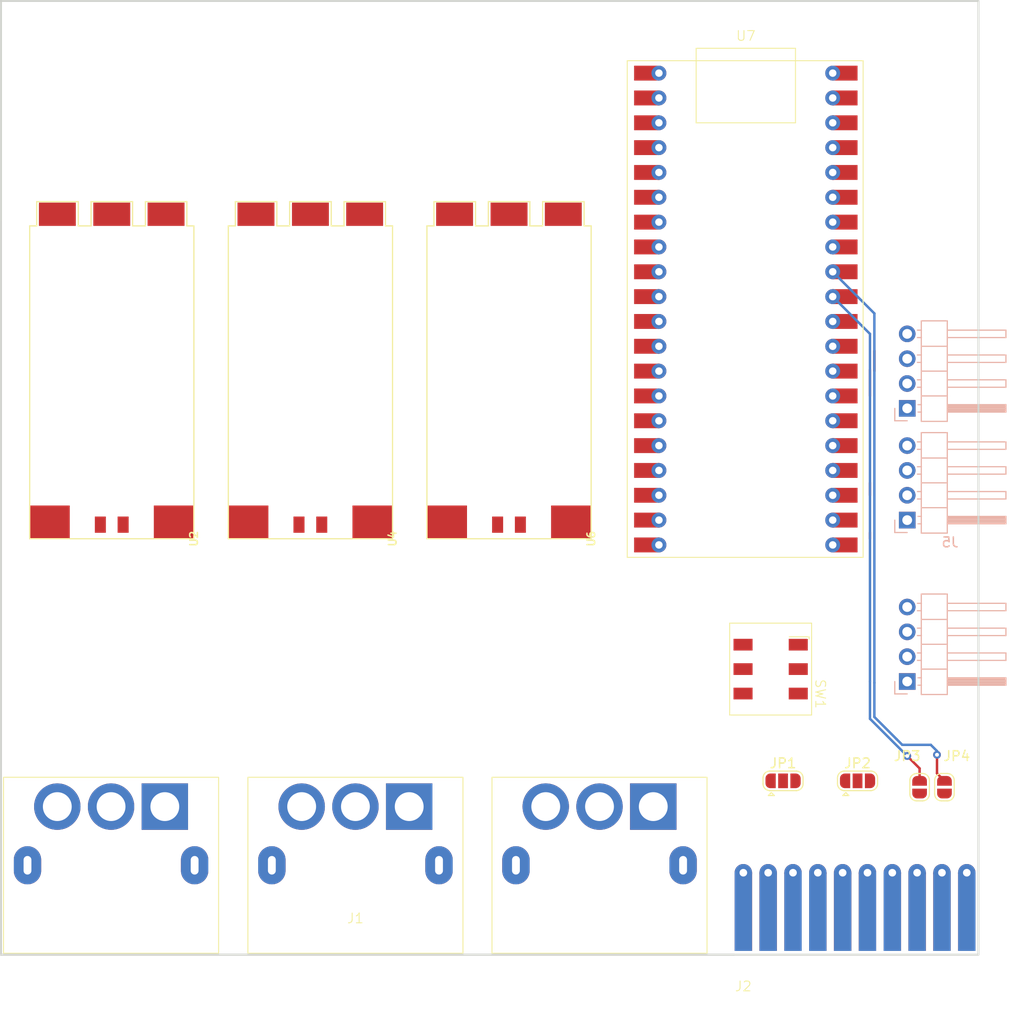
<source format=kicad_pcb>
(kicad_pcb (version 20221018) (generator pcbnew)
  (layers (0 "F.Cu" signal) (31 "B.Cu" signal) (34 "B.Paste" user) (35 "F.Paste" user) (36 "B.SilkS" user "B.Silkscreen") (37 "F.SilkS" user "F.Silkscreen") (38 "B.Mask" user) (39 "F.Mask" user) (44 "Edge.Cuts" user))
  (net 0 "")
  (net 1 "/sg")
  (net 4 "GND")
  (net 5 "/sGP8")
  (net 7 "sGND")
  (net 8 "Net-(J2-TX0{slash}SDA0)")
  (net 9 "Net-(J2-RX0{slash}SCL0)")
  (net 10 "Net-(J2-TX1{slash}SDA1)")
  (net 11 "Net-(J2-RX1{slash}SCL1)")
  (net 12 "Net-(J2-TX2{slash}SDA2)")
  (net 13 "Net-(J2-RX2{slash}SCL2)")
  (net 14 "/sGP7")
  (net 15 "/sGP6")
  (net 16 "Net-(J5-Pin_1)")
  (net 17 "Net-(J5-Pin_2)")
  (net 18 "Net-(J5-Pin_3)")
  (net 19 "Net-(J5-Pin_4)")
  (net 20 "Net-(JP1-C)")
  (net 21 "Net-(JP2-C)")
  (net 22 "SDA1")
  (net 23 "SCL1")
  (net 24 "Net-(J3-Pin_1)")
  (net 25 "Net-(J3-Pin_2)")
  (net 27 "Net-(J3-Pin_3)")
  (net 28 "Net-(J3-Pin_4)")
  (net 30 "TX0")
  (net 31 "SDA0")
  (net 35 "/5v")
  (net 37 "RX0")
  (net 38 "SCL0")
  (net 39 "Net-(U1-A)")
  (net 40 "Net-(U5-A)")
  (net 41 "Net-(U5-B)")
  (net 42 "Net-(U5-C)")
  (net 43 "Net-(U1-B)")
  (net 44 "Net-(U1-C)")
  (net 45 "Net-(U3-A)")
  (net 46 "Net-(U3-B)")
  (net 47 "/PESC1")
  (net 48 "/PESC2")
  (net 49 "/PESC3")
  (net 50 "Net-(U3-C)")
  (footprint "Jumper:SolderJumper-3_P1.3mm_Open_RoundedPad1.0x1.5mm" (layer "F.Cu") (at 161.29 144.78)
    (fp_text reference "JP2" (at 0 -1.8) (layer "F.SilkS"))
    (fp_text value "Jumper_3_Open")
    (fp_line (start -2.05 0.3) (end -2.05 -0.3) (stroke (width 0.12)) (layer "F.SilkS"))
    (fp_line (start -1.5 1.5) (end -0.9 1.5) (stroke (width 0.12)) (layer "F.SilkS"))
    (fp_line (start -1.4 -1) (end 1.4 -1) (stroke (width 0.12)) (layer "F.SilkS"))
    (fp_line (start -1.2 1.2) (end -1.5 1.5) (stroke (width 0.12)) (layer "F.SilkS"))
    (fp_line (start -1.2 1.2) (end -0.9 1.5) (stroke (width 0.12)) (layer "F.SilkS"))
    (fp_line (start 1.4 1) (end -1.4 1) (stroke (width 0.12)) (layer "F.SilkS"))
    (fp_line (start 2.05 -0.3) (end 2.05 0.3) (stroke (width 0.12)) (layer "F.SilkS"))
    (fp_arc (start -2.05 -0.3) (mid -1.844975 -0.794975) (end -1.35 -1) (stroke (width 0.12)) (layer "F.SilkS"))
    (fp_arc (start -1.35 1) (mid -1.844975 0.794975) (end -2.05 0.3) (stroke (width 0.12)) (layer "F.SilkS"))
    (fp_arc (start 1.35 -1) (mid 1.844975 -0.794975) (end 2.05 -0.3) (stroke (width 0.12)) (layer "F.SilkS"))
    (fp_arc (start 2.05 0.3) (mid 1.844975 0.794975) (end 1.35 1) (stroke (width 0.12)) (layer "F.SilkS"))
    (pad "1" smd custom (at -1.3 0) (size 1 0.5) (layers "F.Cu" "F.Mask") (net 9 "Net-(J2-RX0{slash}SCL0)") (options (clearance outline) (anchor rect)) (primitives (gr_circle (center 0 0.25) (end 0.5 0.25) (width 0) (fill yes)) (gr_circle (center 0 -0.25) (end 0.5 -0.25) (width 0) (fill yes)) (gr_poly (pts (xy 0.55 0.75) (xy 0 0.75) (xy 0 -0.75) (xy 0.55 -0.75)) (width 0) (fill yes))))
    (pad "2" smd rect (at 0 0) (size 1 1.5) (layers "F.Cu" "F.Mask") (net 21 "Net-(JP2-C)"))
    (pad "3" smd custom (at 1.3 0) (size 1 0.5) (layers "F.Cu" "F.Mask") (net 11 "Net-(J2-RX1{slash}SCL1)") (options (clearance outline) (anchor rect)) (primitives (gr_circle (center 0 0.25) (end 0.5 0.25) (width 0) (fill yes)) (gr_circle (center 0 -0.25) (end 0.5 -0.25) (width 0) (fill yes)) (gr_poly (pts (xy 0 0.75) (xy -0.55 0.75) (xy -0.55 -0.75) (xy 0 -0.75)) (width 0) (fill yes))))
  )
  (footprint "Jumper:SolderJumper-2_P1.3mm_Open_RoundedPad1.0x1.5mm" (layer "F.Cu") (at 167.64 145.43 90)
    (fp_text reference "JP3" (at 3.19 -1.27 180) (layer "F.SilkS"))
    (fp_text value "Jumper_2_Bridged" hide)
    (fp_line (start -1.4 0.3) (end -1.4 -0.3) (stroke (width 0.12)) (layer "F.SilkS"))
    (fp_line (start -0.7 -1) (end 0.7 -1) (stroke (width 0.12)) (layer "F.SilkS"))
    (fp_line (start 0.7 1) (end -0.7 1) (stroke (width 0.12)) (layer "F.SilkS"))
    (fp_line (start 1.4 -0.3) (end 1.4 0.3) (stroke (width 0.12)) (layer "F.SilkS"))
    (fp_arc (start -1.4 -0.3) (mid -1.194975 -0.794975) (end -0.7 -1) (stroke (width 0.12)) (layer "F.SilkS"))
    (fp_arc (start -0.7 1) (mid -1.194975 0.794975) (end -1.4 0.3) (stroke (width 0.12)) (layer "F.SilkS"))
    (fp_arc (start 0.7 -1) (mid 1.194975 -0.794975) (end 1.4 -0.3) (stroke (width 0.12)) (layer "F.SilkS"))
    (fp_arc (start 1.4 0.3) (mid 1.194975 0.794975) (end 0.7 1) (stroke (width 0.12)) (layer "F.SilkS"))
    (pad "1" smd custom (at -0.65 0 90) (size 1 0.5) (layers "F.Cu" "F.Mask") (net 12 "Net-(J2-TX2{slash}SDA2)") (options (clearance outline) (anchor rect)) (primitives (gr_circle (center 0 0.25) (end 0.5 0.25) (width 0) (fill yes)) (gr_circle (center 0 -0.25) (end 0.5 -0.25) (width 0) (fill yes)) (gr_poly (pts (xy 0.5 0.75) (xy 0 0.75) (xy 0 -0.75) (xy 0.5 -0.75)) (width 0) (fill yes))))
    (pad "2" smd custom (at 0.65 0 90) (size 1 0.5) (layers "F.Cu" "F.Mask") (net 22 "SDA1") (options (clearance outline) (anchor rect)) (primitives (gr_circle (center 0 0.25) (end 0.5 0.25) (width 0) (fill yes)) (gr_circle (center 0 -0.25) (end 0.5 -0.25) (width 0) (fill yes)) (gr_poly (pts (xy 0 0.75) (xy -0.5 0.75) (xy -0.5 -0.75) (xy 0 -0.75)) (width 0) (fill yes))))
  )
  (footprint "Kelpie_Default:ESP32-S3-Pico" (layer "F.Cu") (at 151.13 87.63)
    (fp_text reference "U7" (at -1.27 -19.05 unlocked) (layer "F.SilkS") (effects (font (thickness 0.1))))
    (fp_text value "~")
    (fp_line (start -13.4 -16.51) (end -13.4 34.29) (stroke (width 0.1)) (layer "F.SilkS"))
    (fp_line (start -13.4 34.29) (end 10.73 34.29) (stroke (width 0.1)) (layer "F.SilkS"))
    (fp_line (start -6.35 -17.78) (end 3.81 -17.78) (stroke (width 0.1)) (layer "F.SilkS"))
    (fp_line (start -6.35 -16.51) (end -6.35 -17.78) (stroke (width 0.1)) (layer "F.SilkS"))
    (fp_line (start -6.35 -16.51) (end -6.35 -10.16) (stroke (width 0.1)) (layer "F.SilkS"))
    (fp_line (start -6.35 -10.16) (end 3.81 -10.16) (stroke (width 0.1)) (layer "F.SilkS"))
    (fp_line (start 3.81 -17.78) (end 3.81 -16.51) (stroke (width 0.1)) (layer "F.SilkS"))
    (fp_line (start 3.81 -10.16) (end 3.81 -16.51) (stroke (width 0.1)) (layer "F.SilkS"))
    (fp_line (start 10.73 -16.51) (end -13.4 -16.51) (stroke (width 0.1)) (layer "F.SilkS"))
    (fp_line (start 10.73 34.29) (end 10.73 -16.51) (stroke (width 0.1)) (layer "F.SilkS"))
    (pad "1" smd rect (at -11.43 -15.24) (size 2.54 1.524) (layers "F.Cu" "B.Adhes" "F.Paste" "F.Mask") (net 30 "TX0"))
    (pad "1" thru_hole circle (at -10.16 -15.24) (size 1.524 1.524) (drill 0.762) (layers "*.Cu" "*.Mask") (net 30 "TX0"))
    (pad "2" smd rect (at -11.43 -12.7) (size 2.54 1.524) (layers "F.Cu" "F.Paste" "F.Mask") (net 37 "RX0"))
    (pad "2" thru_hole circle (at -10.16 -12.7) (size 1.524 1.524) (drill 0.762) (layers "*.Cu" "*.Mask") (net 37 "RX0"))
    (pad "3" smd rect (at -11.43 -10.16) (size 2.54 1.524) (layers "F.Cu" "F.Paste" "F.Mask"))
    (pad "3" thru_hole circle (at -10.16 -10.16) (size 1.524 1.524) (drill 0.762) (layers "*.Cu" "*.Mask"))
    (pad "4" smd rect (at -11.43 -7.62) (size 2.54 1.524) (layers "F.Cu" "F.Paste" "F.Mask"))
    (pad "4" thru_hole circle (at -10.16 -7.62) (size 1.524 1.524) (drill 0.762) (layers "*.Cu" "*.Mask"))
    (pad "5" smd rect (at -11.43 -5.08) (size 2.54 1.524) (layers "F.Cu" "F.Paste" "F.Mask") (net 28 "Net-(J3-Pin_4)"))
    (pad "5" thru_hole circle (at -10.16 -5.08) (size 1.524 1.524) (drill 0.762) (layers "*.Cu" "*.Mask") (net 28 "Net-(J3-Pin_4)"))
    (pad "6" smd rect (at -11.43 -2.54) (size 2.54 1.524) (layers "F.Cu" "F.Paste" "F.Mask") (net 27 "Net-(J3-Pin_3)"))
    (pad "6" thru_hole circle (at -10.16 -2.54) (size 1.524 1.524) (drill 0.762) (layers "*.Cu" "*.Mask") (net 27 "Net-(J3-Pin_3)"))
    (pad "7" smd rect (at -11.43 0) (size 2.54 1.524) (layers "F.Cu" "F.Paste" "F.Mask") (net 25 "Net-(J3-Pin_2)"))
    (pad "7" thru_hole circle (at -10.16 0) (size 1.524 1.524) (drill 0.762) (layers "*.Cu" "*.Mask") (net 25 "Net-(J3-Pin_2)"))
    (pad "8" smd rect (at -11.43 2.54) (size 2.54 1.524) (layers "F.Cu" "F.Paste" "F.Mask") (net 24 "Net-(J3-Pin_1)"))
    (pad "8" thru_hole circle (at -10.16 2.54) (size 1.524 1.524) (drill 0.762) (layers "*.Cu" "*.Mask") (net 24 "Net-(J3-Pin_1)"))
    (pad "9" smd rect (at -11.43 5.08) (size 2.54 1.524) (layers "F.Cu" "F.Paste" "F.Mask") (net 15 "/sGP6"))
    (pad "9" thru_hole circle (at -10.16 5.08) (size 1.524 1.524) (drill 0.762) (layers "*.Cu" "*.Mask") (net 15 "/sGP6"))
    (pad "10" smd rect (at -11.43 7.62) (size 2.54 1.524) (layers "F.Cu" "F.Paste" "F.Mask") (net 14 "/sGP7"))
    (pad "10" thru_hole circle (at -10.16 7.62) (size 1.524 1.524) (drill 0.762) (layers "*.Cu" "*.Mask") (net 14 "/sGP7"))
    (pad "11" smd rect (at -11.43 10.16) (size 2.54 1.524) (layers "F.Cu" "F.Paste" "F.Mask") (net 5 "/sGP8"))
    (pad "11" thru_hole circle (at -10.16 10.16) (size 1.524 1.524) (drill 0.762) (layers "*.Cu" "*.Mask") (net 5 "/sGP8"))
    (pad "12" smd rect (at -11.43 12.7) (size 2.54 1.524) (layers "F.Cu" "F.Paste" "F.Mask"))
    (pad "12" thru_hole circle (at -10.16 12.7) (size 1.524 1.524) (drill 0.762) (layers "*.Cu" "*.Mask"))
    (pad "13" smd rect (at -11.43 15.24) (size 2.54 1.524) (layers "F.Cu" "F.Paste" "F.Mask") (net 1 "/sg"))
    (pad "13" thru_hole circle (at -10.16 15.24) (size 1.524 1.524) (drill 0.762) (layers "*.Cu" "*.Mask") (net 1 "/sg"))
    (pad "14" smd rect (at -11.43 17.78) (size 2.54 1.524) (layers "F.Cu" "F.Paste" "F.Mask"))
    (pad "14" thru_hole circle (at -10.16 17.78) (size 1.524 1.524) (drill 0.762) (layers "*.Cu" "*.Mask"))
    (pad "15" smd rect (at -11.43 20.32) (size 2.54 1.524) (layers "F.Cu" "F.Paste" "F.Mask"))
    (pad "15" thru_hole circle (at -10.16 20.32) (size 1.524 1.524) (drill 0.762) (layers "*.Cu" "*.Mask"))
    (pad "16" smd rect (at -11.43 22.86) (size 2.54 1.524) (layers "F.Cu" "F.Paste" "F.Mask"))
    (pad "16" thru_hole circle (at -10.16 22.86) (size 1.524 1.524) (drill 0.762) (layers "*.Cu" "*.Mask"))
    (pad "17" smd rect (at -11.43 25.4) (size 2.54 1.524) (layers "F.Cu" "F.Paste" "F.Mask"))
    (pad "17" thru_hole circle (at -10.16 25.4) (size 1.524 1.524) (drill 0.762) (layers "*.Cu" "*.Mask"))
    (pad "18" smd rect (at -11.43 27.94) (size 2.54 1.524) (layers "F.Cu" "F.Paste" "F.Mask") (net 4 "GND"))
    (pad "18" thru_hole circle (at -10.16 27.94) (size 1.524 1.524) (drill 0.762) (layers "*.Cu" "*.Mask") (net 4 "GND"))
    (pad "19" smd rect (at -11.43 30.48) (size 2.54 1.524) (layers "F.Cu" "F.Paste" "F.Mask"))
    (pad "19" thru_hole circle (at -10.16 30.48) (size 1.524 1.524) (drill 0.762) (layers "*.Cu" "*.Mask"))
    (pad "20" smd rect (at -11.43 33.02) (size 2.54 1.524) (layers "F.Cu" "F.Paste" "F.Mask"))
    (pad "20" thru_hole circle (at -10.16 33.02) (size 1.524 1.524) (drill 0.762) (layers "*.Cu" "*.Mask"))
    (pad "21" thru_hole circle (at 7.62 33.02) (size 1.524 1.524) (drill 0.762) (layers "*.Cu" "*.Mask") (net 17 "Net-(J5-Pin_2)"))
    (pad "21" smd rect (at 8.89 33.02) (size 2.54 1.524) (layers "F.Cu" "F.Paste" "F.Mask") (net 17 "Net-(J5-Pin_2)"))
    (pad "22" thru_hole circle (at 7.62 30.48) (size 1.524 1.524) (drill 0.762) (layers "*.Cu" "*.Mask") (net 18 "Net-(J5-Pin_3)"))
    (pad "22" smd rect (at 8.89 30.48) (size 2.54 1.524) (layers "F.Cu" "F.Paste" "F.Mask") (net 18 "Net-(J5-Pin_3)"))
    (pad "23" thru_hole circle (at 7.62 27.94) (size 1.524 1.524) (drill 0.762) (layers "*.Cu" "*.Mask") (net 16 "Net-(J5-Pin_1)"))
    (pad "23" smd rect (at 8.89 27.94) (size 2.54 1.524) (layers "F.Cu" "F.Paste" "F.Mask") (net 16 "Net-(J5-Pin_1)"))
    (pad "24" thru_hole circle (at 7.62 25.4) (size 1.524 1.524) (drill 0.762) (layers "*.Cu" "*.Mask") (net 19 "Net-(J5-Pin_4)"))
    (pad "24" smd rect (at 8.89 25.4) (size 2.54 1.524) (layers "F.Cu" "F.Paste" "F.Mask") (net 19 "Net-(J5-Pin_4)"))
    (pad "25" thru_hole circle (at 7.62 22.86) (size 1.524 1.524) (drill 0.762) (layers "*.Cu" "*.Mask"))
    (pad "25" smd rect (at 8.89 22.86) (size 2.54 1.524) (layers "F.Cu" "F.Paste" "F.Mask"))
    (pad "26" thru_hole circle (at 7.62 20.32) (size 1.524 1.524) (drill 0.762) (layers "*.Cu" "*.Mask") (net 31 "SDA0"))
    (pad "26" smd rect (at 8.89 20.32) (size 2.54 1.524) (layers "F.Cu" "F.Paste" "F.Mask") (net 31 "SDA0"))
    (pad "27" thru_hole circle (at 7.62 17.78) (size 1.524 1.524) (drill 0.762) (layers "*.Cu" "*.Mask") (net 38 "SCL0"))
    (pad "27" smd rect (at 8.89 17.78) (size 2.54 1.524) (layers "F.Cu" "F.Paste" "F.Mask") (net 38 "SCL0"))
    (pad "28" thru_hole circle (at 7.62 15.24) (size 1.524 1.524) (drill 0.762) (layers "*.Cu" "*.Mask"))
    (pad "28" smd rect (at 8.89 15.24) (size 2.54 1.524) (layers "F.Cu" "F.Paste" "F.Mask"))
    (pad "29" thru_hole circle (at 7.62 12.7) (size 1.524 1.524) (drill 0.762) (layers "*.Cu" "*.Mask"))
    (pad "29" smd rect (at 8.89 12.7) (size 2.54 1.524) (layers "F.Cu" "F.Paste" "F.Mask"))
    (pad "30" thru_hole circle (at 7.62 10.16) (size 1.524 1.524) (drill 0.762) (layers "*.Cu" "*.Mask"))
    (pad "30" smd rect (at 8.89 10.16) (size 2.54 1.524) (layers "F.Cu" "F.Paste" "F.Mask"))
    (pad "31" thru_hole circle (at 7.62 7.62) (size 1.524 1.524) (drill 0.762) (layers "*.Cu" "*.Mask") (net 22 "SDA1"))
    (pad "31" smd rect (at 8.89 7.62) (size 2.54 1.524) (layers "F.Cu" "F.Paste" "F.Mask") (net 22 "SDA1"))
    (pad "32" thru_hole circle (at 7.62 5.08) (size 1.524 1.524) (drill 0.762) (layers "*.Cu" "*.Mask") (net 23 "SCL1"))
    (pad "32" smd rect (at 8.89 5.08) (size 2.54 1.524) (layers "F.Cu" "F.Paste" "F.Mask") (net 23 "SCL1"))
    (pad "33" thru_hole circle (at 7.62 2.54) (size 1.524 1.524) (drill 0.762) (layers "*.Cu" "*.Mask"))
    (pad "33" smd rect (at 8.89 2.54) (size 2.54 1.524) (layers "F.Cu" "F.Paste" "F.Mask"))
    (pad "34" thru_hole circle (at 7.62 0) (size 1.524 1.524) (drill 0.762) (layers "*.Cu" "*.Mask"))
    (pad "34" smd rect (at 8.89 0) (size 2.54 1.524) (layers "F.Cu" "F.Paste" "F.Mask"))
    (pad "35" thru_hole circle (at 7.62 -2.54) (size 1.524 1.524) (drill 0.762) (layers "*.Cu" "*.Mask"))
    (pad "35" smd rect (at 8.89 -2.54) (size 2.54 1.524) (layers "F.Cu" "F.Paste" "F.Mask"))
    (pad "36" thru_hole circle (at 7.62 -5.08) (size 1.524 1.524) (drill 0.762) (layers "*.Cu" "*.Mask"))
    (pad "36" smd rect (at 8.89 -5.08) (size 2.54 1.524) (layers "F.Cu" "F.Paste" "F.Mask"))
    (pad "37" thru_hole circle (at 7.62 -7.62) (size 1.524 1.524) (drill 0.762) (layers "*.Cu" "*.Mask"))
    (pad "37" smd rect (at 8.89 -7.62) (size 2.54 1.524) (layers "F.Cu" "F.Paste" "F.Mask"))
    (pad "38" thru_hole circle (at 7.62 -10.16) (size 1.524 1.524) (drill 0.762) (layers "*.Cu" "*.Mask"))
    (pad "38" smd rect (at 8.89 -10.16) (size 2.54 1.524) (layers "F.Cu" "F.Paste" "F.Mask"))
    (pad "39" thru_hole circle (at 7.62 -12.7) (size 1.524 1.524) (drill 0.762) (layers "*.Cu" "*.Mask") (net 35 "/5v"))
    (pad "39" smd rect (at 8.89 -12.7) (size 2.54 1.524) (layers "F.Cu" "F.Paste" "F.Mask") (net 35 "/5v"))
    (pad "40" thru_hole circle (at 7.62 -15.24) (size 1.524 1.524) (drill 0.762) (layers "*.Cu" "*.Mask"))
    (pad "40" smd rect (at 8.89 -15.24) (size 2.54 1.524) (layers "F.Cu" "F.Paste" "F.Mask"))
  )
  (footprint "Jumper:SolderJumper-3_P1.3mm_Open_RoundedPad1.0x1.5mm" (layer "F.Cu") (at 153.67 144.78)
    (fp_text reference "JP1" (at 0 -1.8) (layer "F.SilkS"))
    (fp_text value "Jumper_3_Open")
    (fp_line (start -2.05 0.3) (end -2.05 -0.3) (stroke (width 0.12)) (layer "F.SilkS"))
    (fp_line (start -1.5 1.5) (end -0.9 1.5) (stroke (width 0.12)) (layer "F.SilkS"))
    (fp_line (start -1.4 -1) (end 1.4 -1) (stroke (width 0.12)) (layer "F.SilkS"))
    (fp_line (start -1.2 1.2) (end -1.5 1.5) (stroke (width 0.12)) (layer "F.SilkS"))
    (fp_line (start -1.2 1.2) (end -0.9 1.5) (stroke (width 0.12)) (layer "F.SilkS"))
    (fp_line (start 1.4 1) (end -1.4 1) (stroke (width 0.12)) (layer "F.SilkS"))
    (fp_line (start 2.05 -0.3) (end 2.05 0.3) (stroke (width 0.12)) (layer "F.SilkS"))
    (fp_arc (start -2.05 -0.3) (mid -1.844975 -0.794975) (end -1.35 -1) (stroke (width 0.12)) (layer "F.SilkS"))
    (fp_arc (start -1.35 1) (mid -1.844975 0.794975) (end -2.05 0.3) (stroke (width 0.12)) (layer "F.SilkS"))
    (fp_arc (start 1.35 -1) (mid 1.844975 -0.794975) (end 2.05 -0.3) (stroke (width 0.12)) (layer "F.SilkS"))
    (fp_arc (start 2.05 0.3) (mid 1.844975 0.794975) (end 1.35 1) (stroke (width 0.12)) (layer "F.SilkS"))
    (pad "1" smd custom (at -1.3 0) (size 1 0.5) (layers "F.Cu" "F.Mask") (net 8 "Net-(J2-TX0{slash}SDA0)") (options (clearance outline) (anchor rect)) (primitives (gr_circle (center 0 0.25) (end 0.5 0.25) (width 0) (fill yes)) (gr_circle (center 0 -0.25) (end 0.5 -0.25) (width 0) (fill yes)) (gr_poly (pts (xy 0.55 0.75) (xy 0 0.75) (xy 0 -0.75) (xy 0.55 -0.75)) (width 0) (fill yes))))
    (pad "2" smd rect (at 0 0) (size 1 1.5) (layers "F.Cu" "F.Mask") (net 20 "Net-(JP1-C)"))
    (pad "3" smd custom (at 1.3 0) (size 1 0.5) (layers "F.Cu" "F.Mask") (net 10 "Net-(J2-TX1{slash}SDA1)") (options (clearance outline) (anchor rect)) (primitives (gr_circle (center 0 0.25) (end 0.5 0.25) (width 0) (fill yes)) (gr_circle (center 0 -0.25) (end 0.5 -0.25) (width 0) (fill yes)) (gr_poly (pts (xy 0 0.75) (xy -0.55 0.75) (xy -0.55 -0.75) (xy 0 -0.75)) (width 0) (fill yes))))
  )
  (footprint "2024-backplane:CardEdge_2x10" (layer "F.Cu") (at 149.606 158.178)
    (fp_text reference "J2" (at 0 7.62 unlocked) (layer "F.SilkS") (effects (font (thickness 0.1))))
    (fp_text value "~")
    (pad "1" thru_hole circle (at 0 -4 180) (size 1.78 1.78) (drill 0.78) (layers "*.Cu" "*.Mask") (net 7 "sGND"))
    (pad "1" smd rect (at 0 0 180) (size 1.78 8) (layers "F.Cu" "F.Paste" "F.Mask") (net 7 "sGND"))
    (pad "1" smd rect (at 0 0) (size 1.78 8) (layers "B.Cu" "B.Paste" "B.Mask") (net 7 "sGND"))
    (pad "2" thru_hole circle (at 2.54 -4 180) (size 1.78 1.78) (drill 0.78) (layers "*.Cu" "*.Mask") (net 8 "Net-(J2-TX0{slash}SDA0)"))
    (pad "2" smd rect (at 2.54 0 180) (size 1.78 8) (layers "F.Cu" "F.Paste" "F.Mask") (net 8 "Net-(J2-TX0{slash}SDA0)"))
    (pad "2" smd rect (at 2.54 0) (size 1.78 8) (layers "B.Cu" "B.Paste" "B.Mask") (net 8 "Net-(J2-TX0{slash}SDA0)"))
    (pad "3" thru_hole circle (at 5.08 -4 180) (size 1.78 1.78) (drill 0.78) (layers "*.Cu" "*.Mask") (net 9 "Net-(J2-RX0{slash}SCL0)"))
    (pad "3" smd rect (at 5.08 0 180) (size 1.78 8) (layers "F.Cu" "F.Paste" "F.Mask") (net 9 "Net-(J2-RX0{slash}SCL0)"))
    (pad "3" smd rect (at 5.08 0) (size 1.78 8) (layers "B.Cu" "B.Paste" "B.Mask") (net 9 "Net-(J2-RX0{slash}SCL0)"))
    (pad "4" thru_hole circle (at 7.62 -4 180) (size 1.78 1.78) (drill 0.78) (layers "*.Cu" "*.Mask") (net 7 "sGND"))
    (pad "4" smd rect (at 7.62 0 180) (size 1.78 8) (layers "F.Cu" "F.Paste" "F.Mask") (net 7 "sGND"))
    (pad "4" smd rect (at 7.62 0) (size 1.78 8) (layers "B.Cu" "B.Paste" "B.Mask") (net 7 "sGND"))
    (pad "5" thru_hole circle (at 10.16 -4 180) (size 1.78 1.78) (drill 0.78) (layers "*.Cu" "*.Mask") (net 10 "Net-(J2-TX1{slash}SDA1)"))
    (pad "5" smd rect (at 10.16 0 180) (size 1.78 8) (layers "F.Cu" "F.Paste" "F.Mask") (net 10 "Net-(J2-TX1{slash}SDA1)"))
    (pad "5" smd rect (at 10.16 0) (size 1.78 8) (layers "B.Cu" "B.Paste" "B.Mask") (net 10 "Net-(J2-TX1{slash}SDA1)"))
    (pad "6" thru_hole circle (at 12.7 -4 180) (size 1.78 1.78) (drill 0.78) (layers "*.Cu" "*.Mask") (net 11 "Net-(J2-RX1{slash}SCL1)"))
    (pad "6" smd rect (at 12.7 0 180) (size 1.78 8) (layers "F.Cu" "F.Paste" "F.Mask") (net 11 "Net-(J2-RX1{slash}SCL1)"))
    (pad "6" smd rect (at 12.7 0) (size 1.78 8) (layers "B.Cu" "B.Paste" "B.Mask") (net 11 "Net-(J2-RX1{slash}SCL1)"))
    (pad "7" thru_hole circle (at 15.24 -4 180) (size 1.78 1.78) (drill 0.78) (layers "*.Cu" "*.Mask") (net 7 "sGND"))
    (pad "7" smd rect (at 15.24 0 180) (size 1.78 8) (layers "F.Cu" "F.Paste" "F.Mask") (net 7 "sGND"))
    (pad "7" smd rect (at 15.24 0) (size 1.78 8) (layers "B.Cu" "B.Paste" "B.Mask") (net 7 "sGND"))
    (pad "8" thru_hole circle (at 17.78 -4 180) (size 1.78 1.78) (drill 0.78) (layers "*.Cu" "*.Mask") (net 12 "Net-(J2-TX2{slash}SDA2)"))
    (pad "8" smd rect (at 17.78 0 180) (size 1.78 8) (layers "F.Cu" "F.Paste" "F.Mask") (net 12 "Net-(J2-TX2{slash}SDA2)"))
    (pad "8" smd rect (at 17.78 0) (size 1.78 8) (layers "B.Cu" "B.Paste" "B.Mask") (net 12 "Net-(J2-TX2{slash}SDA2)"))
    (pad "9" thru_hole circle (at 20.32 -4 180) (size 1.78 1.78) (drill 0.78) (layers "*.Cu" "*.Mask") (net 13 "Net-(J2-RX2{slash}SCL2)"))
    (pad "9" smd rect (at 20.32 0 180) (size 1.78 8) (layers "F.Cu" "F.Paste" "F.Mask") (net 13 "Net-(J2-RX2{slash}SCL2)"))
    (pad "9" smd rect (at 20.32 0) (size 1.78 8) (layers "B.Cu" "B.Paste" "B.Mask") (net 13 "Net-(J2-RX2{slash}SCL2)"))
    (pad "10" thru_hole circle (at 22.86 -4 180) (size 1.78 1.78) (drill 0.78) (layers "*.Cu" "*.Mask") (net 7 "sGND"))
    (pad "10" smd rect (at 22.86 0 180) (size 1.78 8) (layers "F.Cu" "F.Paste" "F.Mask") (net 7 "sGND"))
    (pad "10" smd rect (at 22.86 0) (size 1.78 8) (layers "B.Cu" "B.Paste" "B.Mask") (net 7 "sGND"))
  )
  (footprint "Jumper:SolderJumper-2_P1.3mm_Open_RoundedPad1.0x1.5mm" (layer "F.Cu") (at 170.18 145.43 90)
    (fp_text reference "JP4" (at 3.19 1.27 180) (layer "F.SilkS"))
    (fp_text value "Jumper_2_Bridged" hide)
    (fp_line (start -1.4 0.3) (end -1.4 -0.3) (stroke (width 0.12)) (layer "F.SilkS"))
    (fp_line (start -0.7 -1) (end 0.7 -1) (stroke (width 0.12)) (layer "F.SilkS"))
    (fp_line (start 0.7 1) (end -0.7 1) (stroke (width 0.12)) (layer "F.SilkS"))
    (fp_line (start 1.4 -0.3) (end 1.4 0.3) (stroke (width 0.12)) (layer "F.SilkS"))
    (fp_arc (start -1.4 -0.3) (mid -1.194975 -0.794975) (end -0.7 -1) (stroke (width 0.12)) (layer "F.SilkS"))
    (fp_arc (start -0.7 1) (mid -1.194975 0.794975) (end -1.4 0.3) (stroke (width 0.12)) (layer "F.SilkS"))
    (fp_arc (start 0.7 -1) (mid 1.194975 -0.794975) (end 1.4 -0.3) (stroke (width 0.12)) (layer "F.SilkS"))
    (fp_arc (start 1.4 0.3) (mid 1.194975 0.794975) (end 0.7 1) (stroke (width 0.12)) (layer "F.SilkS"))
    (pad "1" smd custom (at -0.65 0 90) (size 1 0.5) (layers "F.Cu" "F.Mask") (net 13 "Net-(J2-RX2{slash}SCL2)") (options (clearance outline) (anchor rect)) (primitives (gr_circle (center 0 0.25) (end 0.5 0.25) (width 0) (fill yes)) (gr_circle (center 0 -0.25) (end 0.5 -0.25) (width 0) (fill yes)) (gr_poly (pts (xy 0.5 0.75) (xy 0 0.75) (xy 0 -0.75) (xy 0.5 -0.75)) (width 0) (fill yes))))
    (pad "2" smd custom (at 0.65 0 90) (size 1 0.5) (layers "F.Cu" "F.Mask") (net 23 "SCL1") (options (clearance outline) (anchor rect)) (primitives (gr_circle (center 0 0.25) (end 0.5 0.25) (width 0) (fill yes)) (gr_circle (center 0 -0.25) (end 0.5 -0.25) (width 0) (fill yes)) (gr_poly (pts (xy 0 0.75) (xy -0.5 0.75) (xy -0.5 -0.75) (xy 0 -0.75)) (width 0) (fill yes))))
  )
  (footprint "ESC-carrier:ESC" (layer "F.Cu") (at 93.39675 120.01675 90)
    (fp_text reference "U2" (at 0 0 90) (layer "F.SilkS") (effects (font (size 0.787402 0.787402))))
    (fp_text value "ESC")
    (fp_line (start 0 -16.8) (end 0 0) (stroke (width 0.127)) (layer "F.SilkS"))
    (fp_line (start 0 0) (end 32 0) (stroke (width 0.127)) (layer "F.SilkS"))
    (fp_line (start 32 -16.8) (end 0 -16.8) (stroke (width 0.127)) (layer "F.SilkS"))
    (fp_line (start 32 -16.08) (end 32 -16.8) (stroke (width 0.127)) (layer "F.SilkS"))
    (fp_line (start 32 -11.83) (end 34.48 -11.83) (stroke (width 0.127)) (layer "F.SilkS"))
    (fp_line (start 32 -10.52) (end 32 -11.83) (stroke (width 0.127)) (layer "F.SilkS"))
    (fp_line (start 32 -6.27) (end 34.48 -6.27) (stroke (width 0.127)) (layer "F.SilkS"))
    (fp_line (start 32 -4.96) (end 32 -6.27) (stroke (width 0.127)) (layer "F.SilkS"))
    (fp_line (start 32 -0.72) (end 34.48 -0.72) (stroke (width 0.127)) (layer "F.SilkS"))
    (fp_line (start 32 0) (end 32 -0.72) (stroke (width 0.127)) (layer "F.SilkS"))
    (fp_line (start 34.48 -16.08) (end 32 -16.08) (stroke (width 0.127)) (layer "F.SilkS"))
    (fp_line (start 34.48 -11.83) (end 34.48 -16.08) (stroke (width 0.127)) (layer "F.SilkS"))
    (fp_line (start 34.48 -10.52) (end 32 -10.52) (stroke (width 0.127)) (layer "F.SilkS"))
    (fp_line (start 34.48 -6.27) (end 34.48 -10.52) (stroke (width 0.127)) (layer "F.SilkS"))
    (fp_line (start 34.48 -4.96) (end 32 -4.96) (stroke (width 0.127)) (layer "F.SilkS"))
    (fp_line (start 34.48 -0.72) (end 34.48 -4.96) (stroke (width 0.127)) (layer "F.SilkS"))
    (pad "+" smd rect (at 1.7 -2.05 90) (size 3.4 4.1) (layers "F.Cu" "F.Paste" "F.Mask") (net 47 "/PESC1"))
    (pad "-" smd rect (at 1.7 -14.75 90) (size 3.4 4.1) (layers "F.Cu" "F.Paste" "F.Mask") (net 4 "GND"))
    (pad "1" smd rect (at 33.19 -13.97 90) (size 2.38 3.78) (layers "F.Cu" "F.Paste" "F.Mask") (net 39 "Net-(U1-A)"))
    (pad "2" smd rect (at 33.19 -8.4 90) (size 2.38 3.78) (layers "F.Cu" "F.Paste" "F.Mask") (net 43 "Net-(U1-B)"))
    (pad "3" smd rect (at 33.19 -2.85 90) (size 2.38 3.78) (layers "F.Cu" "F.Paste" "F.Mask") (net 44 "Net-(U1-C)"))
    (pad "G" smd rect (at 1.44 -9.57 90) (size 1.66 1.13) (layers "F.Cu" "F.Paste" "F.Mask") (net 1 "/sg"))
    (pad "S" smd rect (at 1.44 -7.24 90) (size 1.66 1.13) (layers "F.Cu" "F.Paste" "F.Mask") (net 5 "/sGP8"))
  )
  (footprint "ESC-carrier:ESC" (layer "F.Cu") (at 113.71675 120.01675 90)
    (fp_text reference "U4" (at 0 0 90) (layer "F.SilkS") (effects (font (size 0.787402 0.787402))))
    (fp_text value "ESC")
    (fp_line (start 0 -16.8) (end 0 0) (stroke (width 0.127)) (layer "F.SilkS"))
    (fp_line (start 0 0) (end 32 0) (stroke (width 0.127)) (layer "F.SilkS"))
    (fp_line (start 32 -16.8) (end 0 -16.8) (stroke (width 0.127)) (layer "F.SilkS"))
    (fp_line (start 32 -16.08) (end 32 -16.8) (stroke (width 0.127)) (layer "F.SilkS"))
    (fp_line (start 32 -11.83) (end 34.48 -11.83) (stroke (width 0.127)) (layer "F.SilkS"))
    (fp_line (start 32 -10.52) (end 32 -11.83) (stroke (width 0.127)) (layer "F.SilkS"))
    (fp_line (start 32 -6.27) (end 34.48 -6.27) (stroke (width 0.127)) (layer "F.SilkS"))
    (fp_line (start 32 -4.96) (end 32 -6.27) (stroke (width 0.127)) (layer "F.SilkS"))
    (fp_line (start 32 -0.72) (end 34.48 -0.72) (stroke (width 0.127)) (layer "F.SilkS"))
    (fp_line (start 32 0) (end 32 -0.72) (stroke (width 0.127)) (layer "F.SilkS"))
    (fp_line (start 34.48 -16.08) (end 32 -16.08) (stroke (width 0.127)) (layer "F.SilkS"))
    (fp_line (start 34.48 -11.83) (end 34.48 -16.08) (stroke (width 0.127)) (layer "F.SilkS"))
    (fp_line (start 34.48 -10.52) (end 32 -10.52) (stroke (width 0.127)) (layer "F.SilkS"))
    (fp_line (start 34.48 -6.27) (end 34.48 -10.52) (stroke (width 0.127)) (layer "F.SilkS"))
    (fp_line (start 34.48 -4.96) (end 32 -4.96) (stroke (width 0.127)) (layer "F.SilkS"))
    (fp_line (start 34.48 -0.72) (end 34.48 -4.96) (stroke (width 0.127)) (layer "F.SilkS"))
    (pad "+" smd rect (at 1.7 -2.05 90) (size 3.4 4.1) (layers "F.Cu" "F.Paste" "F.Mask") (net 48 "/PESC2"))
    (pad "-" smd rect (at 1.7 -14.75 90) (size 3.4 4.1) (layers "F.Cu" "F.Paste" "F.Mask") (net 4 "GND"))
    (pad "1" smd rect (at 33.19 -13.97 90) (size 2.38 3.78) (layers "F.Cu" "F.Paste" "F.Mask") (net 45 "Net-(U3-A)"))
    (pad "2" smd rect (at 33.19 -8.4 90) (size 2.38 3.78) (layers "F.Cu" "F.Paste" "F.Mask") (net 46 "Net-(U3-B)"))
    (pad "3" smd rect (at 33.19 -2.85 90) (size 2.38 3.78) (layers "F.Cu" "F.Paste" "F.Mask") (net 50 "Net-(U3-C)"))
    (pad "G" smd rect (at 1.44 -9.57 90) (size 1.66 1.13) (layers "F.Cu" "F.Paste" "F.Mask") (net 1 "/sg"))
    (pad "S" smd rect (at 1.44 -7.24 90) (size 1.66 1.13) (layers "F.Cu" "F.Paste" "F.Mask") (net 14 "/sGP7"))
  )
  (footprint "ESC-carrier:ESC" (layer "F.Cu") (at 134.03675 120.01675 90)
    (fp_text reference "U6" (at 0 0 90) (layer "F.SilkS") (effects (font (size 0.787402 0.787402))))
    (fp_text value "ESC")
    (fp_line (start 0 -16.8) (end 0 0) (stroke (width 0.127)) (layer "F.SilkS"))
    (fp_line (start 0 0) (end 32 0) (stroke (width 0.127)) (layer "F.SilkS"))
    (fp_line (start 32 -16.8) (end 0 -16.8) (stroke (width 0.127)) (layer "F.SilkS"))
    (fp_line (start 32 -16.08) (end 32 -16.8) (stroke (width 0.127)) (layer "F.SilkS"))
    (fp_line (start 32 -11.83) (end 34.48 -11.83) (stroke (width 0.127)) (layer "F.SilkS"))
    (fp_line (start 32 -10.52) (end 32 -11.83) (stroke (width 0.127)) (layer "F.SilkS"))
    (fp_line (start 32 -6.27) (end 34.48 -6.27) (stroke (width 0.127)) (layer "F.SilkS"))
    (fp_line (start 32 -4.96) (end 32 -6.27) (stroke (width 0.127)) (layer "F.SilkS"))
    (fp_line (start 32 -0.72) (end 34.48 -0.72) (stroke (width 0.127)) (layer "F.SilkS"))
    (fp_line (start 32 0) (end 32 -0.72) (stroke (width 0.127)) (layer "F.SilkS"))
    (fp_line (start 34.48 -16.08) (end 32 -16.08) (stroke (width 0.127)) (layer "F.SilkS"))
    (fp_line (start 34.48 -11.83) (end 34.48 -16.08) (stroke (width 0.127)) (layer "F.SilkS"))
    (fp_line (start 34.48 -10.52) (end 32 -10.52) (stroke (width 0.127)) (layer "F.SilkS"))
    (fp_line (start 34.48 -6.27) (end 34.48 -10.52) (stroke (width 0.127)) (layer "F.SilkS"))
    (fp_line (start 34.48 -4.96) (end 32 -4.96) (stroke (width 0.127)) (layer "F.SilkS"))
    (fp_line (start 34.48 -0.72) (end 34.48 -4.96) (stroke (width 0.127)) (layer "F.SilkS"))
    (pad "+" smd rect (at 1.7 -2.05 90) (size 3.4 4.1) (layers "F.Cu" "F.Paste" "F.Mask") (net 49 "/PESC3"))
    (pad "-" smd rect (at 1.7 -14.75 90) (size 3.4 4.1) (layers "F.Cu" "F.Paste" "F.Mask") (net 4 "GND"))
    (pad "1" smd rect (at 33.19 -13.97 90) (size 2.38 3.78) (layers "F.Cu" "F.Paste" "F.Mask") (net 40 "Net-(U5-A)"))
    (pad "2" smd rect (at 33.19 -8.4 90) (size 2.38 3.78) (layers "F.Cu" "F.Paste" "F.Mask") (net 41 "Net-(U5-B)"))
    (pad "3" smd rect (at 33.19 -2.85 90) (size 2.38 3.78) (layers "F.Cu" "F.Paste" "F.Mask") (net 42 "Net-(U5-C)"))
    (pad "G" smd rect (at 1.44 -9.57 90) (size 1.66 1.13) (layers "F.Cu" "F.Paste" "F.Mask") (net 1 "/sg"))
    (pad "S" smd rect (at 1.44 -7.24 90) (size 1.66 1.13) (layers "F.Cu" "F.Paste" "F.Mask") (net 15 "/sGP6"))
  )
  (footprint "Kelpie_Default:CUI-Switch-SMD" (layer "F.Cu") (at 152.4 133.35 -90)
    (fp_text reference "SW1" (at 2.54 -5.08 -90 unlocked) (layer "F.SilkS") (effects (font (thickness 0.1))))
    (fp_text value "SW_DPDT_x2")
    (fp_line (start -4.699 -4.191) (end 0 -4.191) (stroke (width 0.1)) (layer "F.SilkS"))
    (fp_line (start -4.699 4.191) (end -4.699 -4.191) (stroke (width 0.1)) (layer "F.SilkS"))
    (fp_line (start -3.302 -3.937) (end -3.048 -3.937) (stroke (width 0.1)) (layer "F.SilkS"))
    (fp_line (start -3.302 -1.905) (end -3.302 -3.937) (stroke (width 0.1)) (layer "F.SilkS"))
    (fp_line (start 0 -4.191) (end 4.699 -4.191) (stroke (width 0.1)) (layer "F.SilkS"))
    (fp_line (start 4.699 -4.191) (end 4.699 4.191) (stroke (width 0.1)) (layer "F.SilkS"))
    (fp_line (start 4.699 4.191) (end -4.699 4.191) (stroke (width 0.1)) (layer "F.SilkS"))
    (pad "1" smd rect (at -2.5 -2.825 270) (size 1.2 1.95) (layers "F.Cu" "F.Paste" "F.Mask") (net 30 "TX0"))
    (pad "2" smd rect (at 0 -2.825 270) (size 1.2 1.95) (layers "F.Cu" "F.Paste" "F.Mask") (net 20 "Net-(JP1-C)"))
    (pad "3" smd rect (at 2.5 -2.825 270) (size 1.2 1.95) (layers "F.Cu" "F.Paste" "F.Mask") (net 31 "SDA0"))
    (pad "4" smd rect (at -2.5 2.825 270) (size 1.2 1.95) (layers "F.Cu" "F.Paste" "F.Mask") (net 37 "RX0"))
    (pad "5" smd rect (at 0 2.825 270) (size 1.2 1.95) (layers "F.Cu" "F.Paste" "F.Mask") (net 21 "Net-(JP2-C)"))
    (pad "6" smd rect (at 2.5 2.825 270) (size 1.2 1.95) (layers "F.Cu" "F.Paste" "F.Mask") (net 38 "SCL0"))
  )
  (footprint "2024-backplane:MR60PW-M_X3" (layer "F.Cu") (at 109.922 147.416)
    (fp_text reference "J1" (at 0 11.43 unlocked) (layer "F.SilkS") (effects (font (thickness 0.1))))
    (fp_text value "~")
    (fp_rect (start -36 -3) (end -14 15) (stroke (width 0.1)) (fill none) (layer "F.SilkS"))
    (fp_rect (start -11 -3) (end 11 15) (stroke (width 0.1)) (fill none) (layer "F.SilkS"))
    (fp_rect (start 13.97 -3) (end 35.97 15) (stroke (width 0.1)) (fill none) (layer "F.SilkS"))
    (pad "" thru_hole oval (at -33.55 6) (size 2.8 3.9) (drill oval 0.8 1.9) (layers "*.Cu" "*.Mask"))
    (pad "" thru_hole oval (at -16.45 6) (size 2.8 3.9) (drill oval 0.8 1.9) (layers "*.Cu" "*.Mask"))
    (pad "" thru_hole oval (at -8.55 6) (size 2.8 3.9) (drill oval 0.8 1.9) (layers "*.Cu" "*.Mask"))
    (pad "" thru_hole oval (at 8.55 6) (size 2.8 3.9) (drill oval 0.8 1.9) (layers "*.Cu" "*.Mask"))
    (pad "" thru_hole oval (at 16.42 6) (size 2.8 3.9) (drill oval 0.8 1.9) (layers "*.Cu" "*.Mask"))
    (pad "" thru_hole oval (at 33.52 6) (size 2.8 3.9) (drill oval 0.8 1.9) (layers "*.Cu" "*.Mask"))
    (pad "1" thru_hole circle (at -30.5 0) (size 4.75 4.75) (drill 2.95) (layers "*.Cu" "*.Mask"))
    (pad "2" thru_hole circle (at -25 0) (size 4.75 4.75) (drill 2.95) (layers "*.Cu" "*.Mask") (net 4 "GND"))
    (pad "3" thru_hole rect (at -19.5 0) (size 4.75 4.75) (drill 2.95) (layers "*.Cu" "*.Mask") (net 4 "GND"))
    (pad "4" thru_hole circle (at -5.5 0) (size 4.75 4.75) (drill 2.95) (layers "*.Cu" "*.Mask") (net 47 "/PESC1"))
    (pad "5" thru_hole circle (at 0 0) (size 4.75 4.75) (drill 2.95) (layers "*.Cu" "*.Mask") (net 48 "/PESC2"))
    (pad "6" thru_hole rect (at 5.5 0) (size 4.75 4.75) (drill 2.95) (layers "*.Cu" "*.Mask") (net 49 "/PESC3"))
    (pad "7" thru_hole circle (at 19.47 0) (size 4.75 4.75) (drill 2.95) (layers "*.Cu" "*.Mask"))
    (pad "8" thru_hole circle (at 24.97 0) (size 4.75 4.75) (drill 2.95) (layers "*.Cu" "*.Mask") (net 4 "GND"))
    (pad "9" thru_hole rect (at 30.47 0) (size 4.75 4.75) (drill 2.95) (layers "*.Cu" "*.Mask") (net 35 "/5v"))
  )
  (footprint "Connector_PinHeader_2.54mm:PinHeader_1x04_P2.54mm_Horizontal" (layer "B.Cu") (at 166.37 118.11)
    (fp_text reference "J5" (at 4.385 2.27) (layer "B.SilkS") (effects (justify mirror)))
    (fp_text value "Conn_01x04_Pin")
    (fp_line (start -1.27 0) (end -1.27 1.27) (stroke (width 0.12)) (layer "B.SilkS"))
    (fp_line (start -1.27 1.27) (end 0 1.27) (stroke (width 0.12)) (layer "B.SilkS"))
    (fp_line (start 1.042929 -8) (end 1.44 -8) (stroke (width 0.12)) (layer "B.SilkS"))
    (fp_line (start 1.042929 -7.24) (end 1.44 -7.24) (stroke (width 0.12)) (layer "B.SilkS"))
    (fp_line (start 1.042929 -5.46) (end 1.44 -5.46) (stroke (width 0.12)) (layer "B.SilkS"))
    (fp_line (start 1.042929 -4.7) (end 1.44 -4.7) (stroke (width 0.12)) (layer "B.SilkS"))
    (fp_line (start 1.042929 -2.92) (end 1.44 -2.92) (stroke (width 0.12)) (layer "B.SilkS"))
    (fp_line (start 1.042929 -2.16) (end 1.44 -2.16) (stroke (width 0.12)) (layer "B.SilkS"))
    (fp_line (start 1.11 -0.38) (end 1.44 -0.38) (stroke (width 0.12)) (layer "B.SilkS"))
    (fp_line (start 1.11 0.38) (end 1.44 0.38) (stroke (width 0.12)) (layer "B.SilkS"))
    (fp_line (start 1.44 -8.95) (end 4.1 -8.95) (stroke (width 0.12)) (layer "B.SilkS"))
    (fp_line (start 1.44 -6.35) (end 4.1 -6.35) (stroke (width 0.12)) (layer "B.SilkS"))
    (fp_line (start 1.44 -3.81) (end 4.1 -3.81) (stroke (width 0.12)) (layer "B.SilkS"))
    (fp_line (start 1.44 -1.27) (end 4.1 -1.27) (stroke (width 0.12)) (layer "B.SilkS"))
    (fp_line (start 1.44 1.33) (end 1.44 -8.95) (stroke (width 0.12)) (layer "B.SilkS"))
    (fp_line (start 4.1 -8.95) (end 4.1 1.33) (stroke (width 0.12)) (layer "B.SilkS"))
    (fp_line (start 4.1 -7.24) (end 10.1 -7.24) (stroke (width 0.12)) (layer "B.SilkS"))
    (fp_line (start 4.1 -4.7) (end 10.1 -4.7) (stroke (width 0.12)) (layer "B.SilkS"))
    (fp_line (start 4.1 -2.16) (end 10.1 -2.16) (stroke (width 0.12)) (layer "B.SilkS"))
    (fp_line (start 4.1 -0.28) (end 10.1 -0.28) (stroke (width 0.12)) (layer "B.SilkS"))
    (fp_line (start 4.1 -0.16) (end 10.1 -0.16) (stroke (width 0.12)) (layer "B.SilkS"))
    (fp_line (start 4.1 -0.04) (end 10.1 -0.04) (stroke (width 0.12)) (layer "B.SilkS"))
    (fp_line (start 4.1 0.08) (end 10.1 0.08) (stroke (width 0.12)) (layer "B.SilkS"))
    (fp_line (start 4.1 0.2) (end 10.1 0.2) (stroke (width 0.12)) (layer "B.SilkS"))
    (fp_line (start 4.1 0.32) (end 10.1 0.32) (stroke (width 0.12)) (layer "B.SilkS"))
    (fp_line (start 4.1 0.38) (end 10.1 0.38) (stroke (width 0.12)) (layer "B.SilkS"))
    (fp_line (start 4.1 1.33) (end 1.44 1.33) (stroke (width 0.12)) (layer "B.SilkS"))
    (fp_line (start 10.1 -8) (end 4.1 -8) (stroke (width 0.12)) (layer "B.SilkS"))
    (fp_line (start 10.1 -7.24) (end 10.1 -8) (stroke (width 0.12)) (layer "B.SilkS"))
    (fp_line (start 10.1 -5.46) (end 4.1 -5.46) (stroke (width 0.12)) (layer "B.SilkS"))
    (fp_line (start 10.1 -4.7) (end 10.1 -5.46) (stroke (width 0.12)) (layer "B.SilkS"))
    (fp_line (start 10.1 -2.92) (end 4.1 -2.92) (stroke (width 0.12)) (layer "B.SilkS"))
    (fp_line (start 10.1 -2.16) (end 10.1 -2.92) (stroke (width 0.12)) (layer "B.SilkS"))
    (fp_line (start 10.1 -0.38) (end 4.1 -0.38) (stroke (width 0.12)) (layer "B.SilkS"))
    (fp_line (start 10.1 0.38) (end 10.1 -0.38) (stroke (width 0.12)) (layer "B.SilkS"))
    (pad "1" thru_hole rect (at 0 0) (size 1.7 1.7) (drill 1) (layers "*.Cu" "*.Mask") (net 16 "Net-(J5-Pin_1)"))
    (pad "2" thru_hole oval (at 0 -2.54) (size 1.7 1.7) (drill 1) (layers "*.Cu" "*.Mask") (net 17 "Net-(J5-Pin_2)"))
    (pad "3" thru_hole oval (at 0 -5.08) (size 1.7 1.7) (drill 1) (layers "*.Cu" "*.Mask") (net 18 "Net-(J5-Pin_3)"))
    (pad "4" thru_hole oval (at 0 -7.62) (size 1.7 1.7) (drill 1) (layers "*.Cu" "*.Mask") (net 19 "Net-(J5-Pin_4)"))
  )
  (footprint "Connector_PinHeader_2.54mm:PinHeader_1x04_P2.54mm_Horizontal" (layer "B.Cu") (at 166.37 106.68)
    (fp_text reference "J3" hide)
    (fp_text value "Conn_01x04_Pin")
    (fp_line (start -1.27 0) (end -1.27 1.27) (stroke (width 0.12)) (layer "B.SilkS"))
    (fp_line (start -1.27 1.27) (end 0 1.27) (stroke (width 0.12)) (layer "B.SilkS"))
    (fp_line (start 1.042929 -8) (end 1.44 -8) (stroke (width 0.12)) (layer "B.SilkS"))
    (fp_line (start 1.042929 -7.24) (end 1.44 -7.24) (stroke (width 0.12)) (layer "B.SilkS"))
    (fp_line (start 1.042929 -5.46) (end 1.44 -5.46) (stroke (width 0.12)) (layer "B.SilkS"))
    (fp_line (start 1.042929 -4.7) (end 1.44 -4.7) (stroke (width 0.12)) (layer "B.SilkS"))
    (fp_line (start 1.042929 -2.92) (end 1.44 -2.92) (stroke (width 0.12)) (layer "B.SilkS"))
    (fp_line (start 1.042929 -2.16) (end 1.44 -2.16) (stroke (width 0.12)) (layer "B.SilkS"))
    (fp_line (start 1.11 -0.38) (end 1.44 -0.38) (stroke (width 0.12)) (layer "B.SilkS"))
    (fp_line (start 1.11 0.38) (end 1.44 0.38) (stroke (width 0.12)) (layer "B.SilkS"))
    (fp_line (start 1.44 -8.95) (end 4.1 -8.95) (stroke (width 0.12)) (layer "B.SilkS"))
    (fp_line (start 1.44 -6.35) (end 4.1 -6.35) (stroke (width 0.12)) (layer "B.SilkS"))
    (fp_line (start 1.44 -3.81) (end 4.1 -3.81) (stroke (width 0.12)) (layer "B.SilkS"))
    (fp_line (start 1.44 -1.27) (end 4.1 -1.27) (stroke (width 0.12)) (layer "B.SilkS"))
    (fp_line (start 1.44 1.33) (end 1.44 -8.95) (stroke (width 0.12)) (layer "B.SilkS"))
    (fp_line (start 4.1 -8.95) (end 4.1 1.33) (stroke (width 0.12)) (layer "B.SilkS"))
    (fp_line (start 4.1 -7.24) (end 10.1 -7.24) (stroke (width 0.12)) (layer "B.SilkS"))
    (fp_line (start 4.1 -4.7) (end 10.1 -4.7) (stroke (width 0.12)) (layer "B.SilkS"))
    (fp_line (start 4.1 -2.16) (end 10.1 -2.16) (stroke (width 0.12)) (layer "B.SilkS"))
    (fp_line (start 4.1 -0.28) (end 10.1 -0.28) (stroke (width 0.12)) (layer "B.SilkS"))
    (fp_line (start 4.1 -0.16) (end 10.1 -0.16) (stroke (width 0.12)) (layer "B.SilkS"))
    (fp_line (start 4.1 -0.04) (end 10.1 -0.04) (stroke (width 0.12)) (layer "B.SilkS"))
    (fp_line (start 4.1 0.08) (end 10.1 0.08) (stroke (width 0.12)) (layer "B.SilkS"))
    (fp_line (start 4.1 0.2) (end 10.1 0.2) (stroke (width 0.12)) (layer "B.SilkS"))
    (fp_line (start 4.1 0.32) (end 10.1 0.32) (stroke (width 0.12)) (layer "B.SilkS"))
    (fp_line (start 4.1 0.38) (end 10.1 0.38) (stroke (width 0.12)) (layer "B.SilkS"))
    (fp_line (start 4.1 1.33) (end 1.44 1.33) (stroke (width 0.12)) (layer "B.SilkS"))
    (fp_line (start 10.1 -8) (end 4.1 -8) (stroke (width 0.12)) (layer "B.SilkS"))
    (fp_line (start 10.1 -7.24) (end 10.1 -8) (stroke (width 0.12)) (layer "B.SilkS"))
    (fp_line (start 10.1 -5.46) (end 4.1 -5.46) (stroke (width 0.12)) (layer "B.SilkS"))
    (fp_line (start 10.1 -4.7) (end 10.1 -5.46) (stroke (width 0.12)) (layer "B.SilkS"))
    (fp_line (start 10.1 -2.92) (end 4.1 -2.92) (stroke (width 0.12)) (layer "B.SilkS"))
    (fp_line (start 10.1 -2.16) (end 10.1 -2.92) (stroke (width 0.12)) (layer "B.SilkS"))
    (fp_line (start 10.1 -0.38) (end 4.1 -0.38) (stroke (width 0.12)) (layer "B.SilkS"))
    (fp_line (start 10.1 0.38) (end 10.1 -0.38) (stroke (width 0.12)) (layer "B.SilkS"))
    (pad "1" thru_hole rect (at 0 0) (size 1.7 1.7) (drill 1) (layers "*.Cu" "*.Mask") (net 24 "Net-(J3-Pin_1)"))
    (pad "2" thru_hole oval (at 0 -2.54) (size 1.7 1.7) (drill 1) (layers "*.Cu" "*.Mask") (net 25 "Net-(J3-Pin_2)"))
    (pad "3" thru_hole oval (at 0 -5.08) (size 1.7 1.7) (drill 1) (layers "*.Cu" "*.Mask") (net 27 "Net-(J3-Pin_3)"))
    (pad "4" thru_hole oval (at 0 -7.62) (size 1.7 1.7) (drill 1) (layers "*.Cu" "*.Mask") (net 28 "Net-(J3-Pin_4)"))
  )
  (footprint "Connector_PinHeader_2.54mm:PinHeader_1x04_P2.54mm_Horizontal" (layer "B.Cu") (at 166.37 134.62)
    (fp_text reference "J4" hide)
    (fp_text value "Conn_01x04_Pin")
    (fp_line (start -1.27 0) (end -1.27 1.27) (stroke (width 0.12)) (layer "B.SilkS"))
    (fp_line (start -1.27 1.27) (end 0 1.27) (stroke (width 0.12)) (layer "B.SilkS"))
    (fp_line (start 1.042929 -8) (end 1.44 -8) (stroke (width 0.12)) (layer "B.SilkS"))
    (fp_line (start 1.042929 -7.24) (end 1.44 -7.24) (stroke (width 0.12)) (layer "B.SilkS"))
    (fp_line (start 1.042929 -5.46) (end 1.44 -5.46) (stroke (width 0.12)) (layer "B.SilkS"))
    (fp_line (start 1.042929 -4.7) (end 1.44 -4.7) (stroke (width 0.12)) (layer "B.SilkS"))
    (fp_line (start 1.042929 -2.92) (end 1.44 -2.92) (stroke (width 0.12)) (layer "B.SilkS"))
    (fp_line (start 1.042929 -2.16) (end 1.44 -2.16) (stroke (width 0.12)) (layer "B.SilkS"))
    (fp_line (start 1.11 -0.38) (end 1.44 -0.38) (stroke (width 0.12)) (layer "B.SilkS"))
    (fp_line (start 1.11 0.38) (end 1.44 0.38) (stroke (width 0.12)) (layer "B.SilkS"))
    (fp_line (start 1.44 -8.95) (end 4.1 -8.95) (stroke (width 0.12)) (layer "B.SilkS"))
    (fp_line (start 1.44 -6.35) (end 4.1 -6.35) (stroke (width 0.12)) (layer "B.SilkS"))
    (fp_line (start 1.44 -3.81) (end 4.1 -3.81) (stroke (width 0.12)) (layer "B.SilkS"))
    (fp_line (start 1.44 -1.27) (end 4.1 -1.27) (stroke (width 0.12)) (layer "B.SilkS"))
    (fp_line (start 1.44 1.33) (end 1.44 -8.95) (stroke (width 0.12)) (layer "B.SilkS"))
    (fp_line (start 4.1 -8.95) (end 4.1 1.33) (stroke (width 0.12)) (layer "B.SilkS"))
    (fp_line (start 4.1 -7.24) (end 10.1 -7.24) (stroke (width 0.12)) (layer "B.SilkS"))
    (fp_line (start 4.1 -4.7) (end 10.1 -4.7) (stroke (width 0.12)) (layer "B.SilkS"))
    (fp_line (start 4.1 -2.16) (end 10.1 -2.16) (stroke (width 0.12)) (layer "B.SilkS"))
    (fp_line (start 4.1 -0.28) (end 10.1 -0.28) (stroke (width 0.12)) (layer "B.SilkS"))
    (fp_line (start 4.1 -0.16) (end 10.1 -0.16) (stroke (width 0.12)) (layer "B.SilkS"))
    (fp_line (start 4.1 -0.04) (end 10.1 -0.04) (stroke (width 0.12)) (layer "B.SilkS"))
    (fp_line (start 4.1 0.08) (end 10.1 0.08) (stroke (width 0.12)) (layer "B.SilkS"))
    (fp_line (start 4.1 0.2) (end 10.1 0.2) (stroke (width 0.12)) (layer "B.SilkS"))
    (fp_line (start 4.1 0.32) (end 10.1 0.32) (stroke (width 0.12)) (layer "B.SilkS"))
    (fp_line (start 4.1 0.38) (end 10.1 0.38) (stroke (width 0.12)) (layer "B.SilkS"))
    (fp_line (start 4.1 1.33) (end 1.44 1.33) (stroke (width 0.12)) (layer "B.SilkS"))
    (fp_line (start 10.1 -8) (end 4.1 -8) (stroke (width 0.12)) (layer "B.SilkS"))
    (fp_line (start 10.1 -7.24) (end 10.1 -8) (stroke (width 0.12)) (layer "B.SilkS"))
    (fp_line (start 10.1 -5.46) (end 4.1 -5.46) (stroke (width 0.12)) (layer "B.SilkS"))
    (fp_line (start 10.1 -4.7) (end 10.1 -5.46) (stroke (width 0.12)) (layer "B.SilkS"))
    (fp_line (start 10.1 -2.92) (end 4.1 -2.92) (stroke (width 0.12)) (layer "B.SilkS"))
    (fp_line (start 10.1 -2.16) (end 10.1 -2.92) (stroke (width 0.12)) (layer "B.SilkS"))
    (fp_line (start 10.1 -0.38) (end 4.1 -0.38) (stroke (width 0.12)) (layer "B.SilkS"))
    (fp_line (start 10.1 0.38) (end 10.1 -0.38) (stroke (width 0.12)) (layer "B.SilkS"))
    (pad "1" thru_hole rect (at 0 0) (size 1.7 1.7) (drill 1) (layers "*.Cu" "*.Mask") (net 1 "/sg"))
    (pad "2" thru_hole oval (at 0 -2.54) (size 1.7 1.7) (drill 1) (layers "*.Cu" "*.Mask") (net 15 "/sGP6"))
    (pad "3" thru_hole oval (at 0 -5.08) (size 1.7 1.7) (drill 1) (layers "*.Cu" "*.Mask") (net 14 "/sGP7"))
    (pad "4" thru_hole oval (at 0 -7.62) (size 1.7 1.7) (drill 1) (layers "*.Cu" "*.Mask") (net 5 "/sGP8"))
  )
  (gr_line (start 148.66 162.56) (end 73.66 162.56) (stroke (width 0.2)) (layer "Edge.Cuts"))
  (gr_line (start 73.66 162.56) (end 73.66 87.56) (stroke (width 0.2)) (layer "Edge.Cuts"))
  (gr_rect (start 73.66 65.01) (end 173.66 162.56) (stroke (width 0.2)) (fill none) (layer "Edge.Cuts"))
  (segment (start 162.56 120.015) (end 162.56 119.38) (width 0.25) (layer "F.Cu") (net 17))
  (segment (start 162.56 115.57) (end 162.56 114.3) (width 0.25) (layer "F.Cu") (net 18))
  (segment (start 166.37 142.24) (end 167.64 143.51) (width 0.25) (layer "F.Cu") (net 22))
  (segment (start 167.64 143.51) (end 167.64 144.78) (width 0.25) (layer "F.Cu") (net 22))
  (via (at 166.37 142.24) (size 0.8) (drill 0.4) (layers "F.Cu" "B.Cu") (net 22))
  (segment (start 158.75 95.25) (end 162.56 99.06) (width 0.25) (layer "B.Cu") (net 22))
  (segment (start 162.56 99.06) (end 162.56 134.62) (width 0.25) (layer "B.Cu") (net 22))
  (segment (start 162.56 138.43) (end 166.37 142.24) (width 0.25) (layer "B.Cu") (net 22))
  (segment (start 162.56 134.62) (end 162.56 138.43) (width 0.25) (layer "B.Cu") (net 22))
  (segment (start 169.418 142.113) (end 169.418 144.018) (width 0.25) (layer "F.Cu") (net 23))
  (segment (start 169.418 144.018) (end 170.18 144.78) (width 0.25) (layer "F.Cu") (net 23))
  (via (at 169.418 142.113) (size 0.8) (drill 0.4) (layers "F.Cu" "B.Cu") (net 23))
  (segment (start 165.291198 140.524802) (end 165.863396 141.097) (width 0.25) (layer "B.Cu") (net 23))
  (segment (start 163.01 96.97) (end 163.01 134.747) (width 0.25) (layer "B.Cu") (net 23))
  (segment (start 158.75 92.71) (end 163.01 96.97) (width 0.25) (layer "B.Cu") (net 23))
  (segment (start 163.01 134.747) (end 163.01 138.243604) (width 0.25) (layer "B.Cu") (net 23))
  (segment (start 168.783 141.097) (end 169.418 141.732) (width 0.25) (layer "B.Cu") (net 23))
  (segment (start 163.01 138.243604) (end 165.291198 140.524802) (width 0.25) (layer "B.Cu") (net 23))
  (segment (start 169.418 141.732) (end 169.418 142.113) (width 0.25) (layer "B.Cu") (net 23))
  (segment (start 165.863396 141.097) (end 168.783 141.097) (width 0.25) (layer "B.Cu") (net 23))
  (segment (start 162.56 102.728) (end 162.56 105.41) (width 0.25) (layer "F.Cu") (net 24))
  (segment (start 163.01 100.78) (end 163.01 102.87) (width 0.25) (layer "F.Cu") (net 25))
)
</source>
